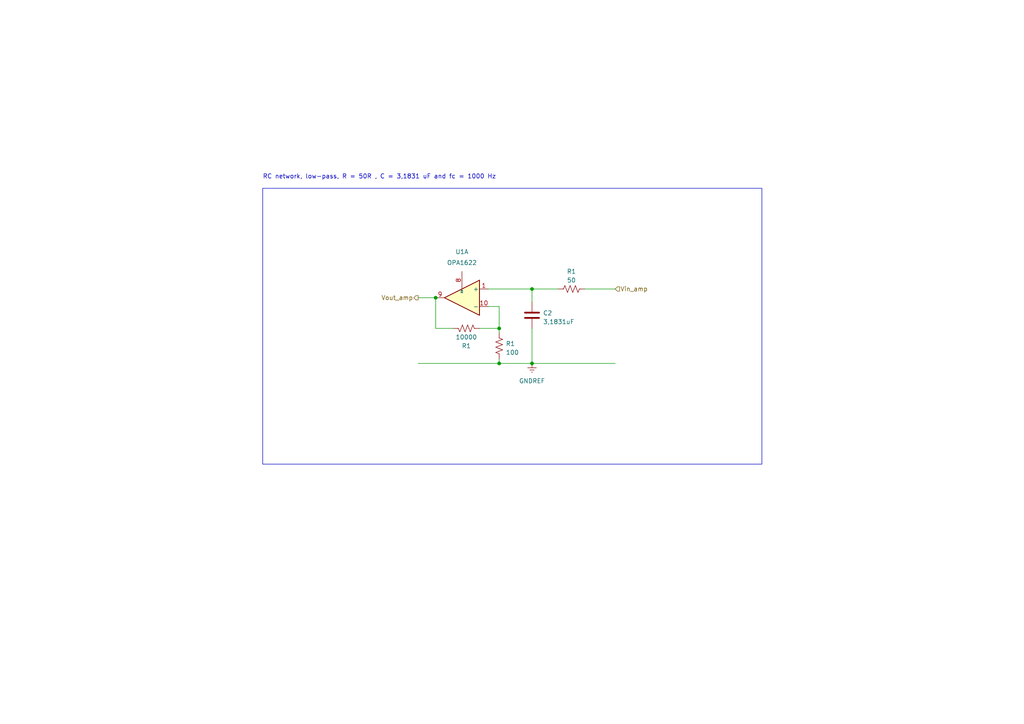
<source format=kicad_sch>
(kicad_sch (version 20230121) (generator eeschema)
  (paper "A4")
  (lib_symbols
    (symbol "Amplifier_Audio:OPA1622" (pin_names (offset 0.127))
      (property "Reference" "U" (at 3.81 6.35 0))
      (property "Value" "OPA1622" (at 3.81 3.81 0))
      (symbol "OPA1622_1_1"
        (polyline (pts (xy -5.08 5.08) (xy 5.08 0) (xy -5.08 -5.08) (xy -5.08 5.08) (xy -5.08 5.08)) (stroke (width 0.254)) (fill (type background)))
        (pin input line (at -7.62 2.54 0) (length 2.54) (name "+") (number "1"))
        (pin input line (at -7.62 -2.54 0) (length 2.54) (name "-") (number "10"))
        (pin input line (at 0 7.62 270) (length 5.08) (name "EN") (number "8"))
        (pin output line (at 7.62 0 180) (length 2.54) (name "~") (number "9"))
      )
      (symbol "OPA1622_2_1"
        (polyline (pts (xy -5.08 5.08) (xy 5.08 0) (xy -5.08 -5.08) (xy -5.08 5.08) (xy -5.08 5.08)) (stroke (width 0.254)) (fill (type background)))
        (pin input line (at -7.62 2.54 0) (length 2.54) (name "+") (number "5"))
        (pin input line (at -7.62 -2.54 0) (length 2.54) (name "-") (number "6"))
        (pin output line (at 7.62 0 180) (length 2.54) (name "~") (number "7"))
      )
      (symbol "OPA1622_3_1"
        (pin passive line (at -2.54 -7.62 90) (length 3.81) hide (name "V-") (number "11"))
        (pin power_in line (at -2.54 7.62 270) (length 3.81) (name "V+") (number "2"))
        (pin power_in line (at 0 -7.62 90) (length 5.08) (name "GND") (number "3"))
        (pin power_in line (at -2.54 -7.62 90) (length 3.81) (name "V-") (number "4"))
      )
    )
    (symbol "Device:C" (pin_numbers hide) (pin_names (offset 0.254))
      (property "Reference" "C" (at 0.635 2.54 0))
      (property "Value" "C" (at 0.635 -2.54 0))
      (symbol "C_0_1"
        (polyline (pts (xy -2.032 -0.762) (xy 2.032 -0.762)) (stroke (width 0.508)))
        (polyline (pts (xy -2.032 0.762) (xy 2.032 0.762)) (stroke (width 0.508)))
      )
      (symbol "C_1_1"
        (pin passive line (at 0 3.81 270) (length 2.794) (name "~") (number "1"))
        (pin passive line (at 0 -3.81 90) (length 2.794) (name "~") (number "2"))
      )
    )
    (symbol "Device:R_US" (pin_numbers hide) (pin_names (offset 0))
      (property "Reference" "R" (at 2.54 0 90))
      (property "Value" "R_US" (at -2.54 0 90))
      (symbol "R_US_0_1"
        (polyline (pts (xy 0 -2.286) (xy 0 -2.54)))
        (polyline (pts (xy 0 2.286) (xy 0 2.54)))
        (polyline (pts (xy 0 -0.762) (xy 1.016 -1.143) (xy 0 -1.524) (xy -1.016 -1.905) (xy 0 -2.286)))
        (polyline (pts (xy 0 0.762) (xy 1.016 0.381) (xy 0 0) (xy -1.016 -0.381) (xy 0 -0.762)))
        (polyline (pts (xy 0 2.286) (xy 1.016 1.905) (xy 0 1.524) (xy -1.016 1.143) (xy 0 0.762)))
      )
      (symbol "R_US_1_1"
        (pin passive line (at 0 3.81 270) (length 1.27) (name "~") (number "1"))
        (pin passive line (at 0 -3.81 90) (length 1.27) (name "~") (number "2"))
      )
    )
    (symbol "power:GNDREF" (power) (pin_names (offset 0))
      (property "Value" "GNDREF" (at 0 -3.81 0))
      (symbol "GNDREF_0_1"
        (polyline (pts (xy -0.635 -1.905) (xy 0.635 -1.905)))
        (polyline (pts (xy -0.127 -2.54) (xy 0.127 -2.54)))
        (polyline (pts (xy 0 -1.27) (xy 0 0)))
        (polyline (pts (xy 1.27 -1.27) (xy -1.27 -1.27)))
      )
      (symbol "GNDREF_1_1"
        (pin power_in line (at 0 0 270) (length 0) hide (name "GNDREF") (number "1"))
      )
    )
  )
  (junction (at 154.305 83.82))
  (junction (at 144.78 105.41))
  (junction (at 154.305 105.41))
  (junction (at 126.365 86.36))
  (junction (at 144.78 95.25))
  (wire (pts (xy 126.365 95.25) (xy 131.445 95.25)))
  (wire (pts (xy 154.305 95.25) (xy 154.305 105.41)))
  (wire (pts (xy 144.78 104.14) (xy 144.78 105.41)))
  (wire (pts (xy 121.285 86.36) (xy 126.365 86.36)))
  (wire (pts (xy 144.78 88.9) (xy 141.605 88.9)))
  (wire (pts (xy 154.305 83.82) (xy 161.925 83.82)))
  (wire (pts (xy 154.305 105.41) (xy 178.435 105.41)))
  (wire (pts (xy 154.305 83.82) (xy 154.305 87.63)))
  (wire (pts (xy 169.545 83.82) (xy 178.435 83.82)))
  (wire (pts (xy 144.78 95.25) (xy 144.78 96.52)))
  (wire (pts (xy 141.605 83.82) (xy 154.305 83.82)))
  (wire (pts (xy 139.065 95.25) (xy 144.78 95.25)))
  (wire (pts (xy 144.78 88.9) (xy 144.78 95.25)))
  (wire (pts (xy 126.365 95.25) (xy 126.365 86.36)))
  (wire (pts (xy 121.285 105.41) (xy 144.78 105.41)))
  (wire (pts (xy 144.78 105.41) (xy 154.305 105.41)))
  (rectangle (start 76.2 54.61) (end 220.98 134.62))
  (text "RC network, low-pass, R = 50R , C = 3,1831 uF and fc = 1000 Hz" (at 76.2 52.07 0) (effects (font (size 1.27 1.27)) (justify left bottom)))
  (hierarchical_label "Vin_amp" (shape input) (at 178.435 83.82 0))
  (hierarchical_label "Vout_amp" (shape output) (at 121.285 86.36 180))
  (symbol (lib_id "Device:R_US") (at 135.255 95.25 270) (mirror x) (unit 1)
    (property "Reference" "R1" (at 135.255 100.33 90))
    (property "Value" "10000" (at 135.255 97.79 90))
    (instances (project "Probe_PCB" (path "" (reference "R1") (unit 1)) (path "" (reference "R6") (unit 1)) (path "" (reference "R3") (unit 1))))
  )
  (symbol (lib_id "Device:R_US") (at 144.78 100.33 0) (unit 1)
    (property "Reference" "R1" (at 146.685 99.695 0) (effects (justify left)))
    (property "Value" "100" (at 146.685 102.235 0) (effects (justify left)))
    (instances (project "Probe_PCB" (path "" (reference "R1") (unit 1)) (path "" (reference "R6") (unit 1)) (path "" (reference "R4") (unit 1))))
  )
  (symbol (lib_id "Device:R_US") (at 165.735 83.82 270) (unit 1)
    (property "Reference" "R1" (at 165.735 78.74 90))
    (property "Value" "50" (at 165.735 81.28 90))
    (instances (project "Probe_PCB" (path "" (reference "R1") (unit 1)) (path "" (reference "R6") (unit 1)) (path "" (reference "R2") (unit 1))))
  )
  (symbol (lib_id "power:GNDREF") (at 154.305 105.41 0) (unit 1)
    (property "Reference" "#PWR03" (effects hide))
    (property "Value" "GNDREF" (at 154.305 110.49 0))
    (instances (project "Probe_PCB" (path "" (reference "#PWR03") (unit 1)) (path "" (reference "#PWR04") (unit 1)) (path "" (reference "#PWR06") (unit 1))))
  )
  (symbol (lib_id "Amplifier_Audio:OPA1622") (at 133.985 86.36 0) (mirror y) (unit 1)
    (property "Reference" "U1" (at 133.985 73.025 0))
    (property "Value" "OPA1622" (at 133.985 76.2 0))
    (property "Footprint" "Package_SON:Texas_S-PVSON-N10" (effects hide))
    (property "Datasheet" "http://www.ti.com/lit/ds/symlink/opa1622.pdf" (effects hide))
    (instances (project "Probe_PCB" (path "" (reference "U1") (unit 1)) (path "" (reference "U3") (unit 1)) (path "" (reference "U4") (unit 1))))
  )
  (symbol (lib_id "Device:C") (at 154.305 91.44 0) (unit 1)
    (property "Reference" "C2" (at 157.48 90.805 0) (effects (justify left)))
    (property "Value" "3,1831uF" (at 157.48 93.345 0) (effects (justify left)))
    (instances (project "Probe_PCB" (path "" (reference "C2") (unit 1)) (path "" (reference "C3") (unit 1)) (path "" (reference "C4") (unit 1))))
  )
)
</source>
